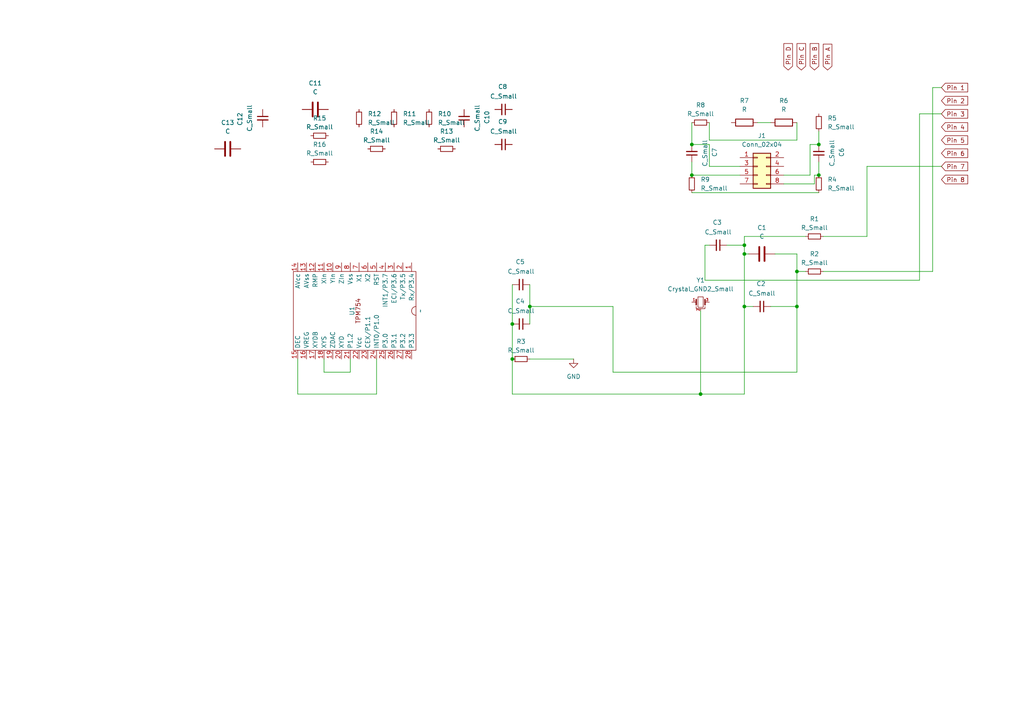
<source format=kicad_sch>
(kicad_sch (version 20231120) (generator "eeschema") (generator_version "8.0")
  (paper "A4")
  (lib_symbols
    (symbol "Device:C" (pin_numbers hide) (pin_names (offset 0.254))
      (property "Reference" "C" (at 0.635 2.54 0))
      (property "Value" "C" (at 0.635 -2.54 0))
      (symbol "C_0_1"
        (polyline (pts (xy -2.032 -0.762) (xy 2.032 -0.762)) (stroke (width 0.508)))
        (polyline (pts (xy -2.032 0.762) (xy 2.032 0.762)) (stroke (width 0.508)))
      )
      (symbol "C_1_1"
        (pin passive line (at 0 3.81 270) (length 2.794) (name "~") (number "1"))
        (pin passive line (at 0 -3.81 90) (length 2.794) (name "~") (number "2"))
      )
    )
    (symbol "Device:C_Small" (pin_numbers hide) (pin_names (offset 0.254) hide)
      (property "Reference" "C" (at 0.254 1.778 0))
      (property "Value" "C_Small" (at 0.254 -2.032 0))
      (symbol "C_Small_0_1"
        (polyline (pts (xy -1.524 -0.508) (xy 1.524 -0.508)) (stroke (width 0.3302)))
        (polyline (pts (xy -1.524 0.508) (xy 1.524 0.508)) (stroke (width 0.3048)))
      )
      (symbol "C_Small_1_1"
        (pin passive line (at 0 2.54 270) (length 2.032) (name "~") (number "1"))
        (pin passive line (at 0 -2.54 90) (length 2.032) (name "~") (number "2"))
      )
    )
    (symbol "Device:Crystal_GND2_Small" (pin_names (offset 1.016) hide)
      (property "Reference" "Y" (at 0 5.08 0))
      (property "Value" "Crystal_GND2_Small" (at 0 3.175 0))
      (symbol "Crystal_GND2_Small_0_1"
        (rectangle (start -0.762 -1.524) (end 0.762 1.524))
        (polyline (pts (xy -1.27 -0.762) (xy -1.27 0.762)) (stroke (width 0.381)))
        (polyline (pts (xy 1.27 -0.762) (xy 1.27 0.762)) (stroke (width 0.381)))
        (polyline (pts (xy -1.27 -1.27) (xy -1.27 -1.905) (xy 1.27 -1.905) (xy 1.27 -1.27)))
      )
      (symbol "Crystal_GND2_Small_1_1"
        (pin passive line (at -2.54 0 0) (length 1.27) (name "1") (number "1"))
        (pin passive line (at 0 -2.54 90) (length 0.635) (name "2") (number "2"))
        (pin passive line (at 2.54 0 180) (length 1.27) (name "3") (number "3"))
      )
    )
    (symbol "Device:R" (pin_numbers hide) (pin_names (offset 0))
      (property "Reference" "R" (at 2.032 0 90))
      (property "Value" "R" (at 0 0 90))
      (symbol "R_0_1"
        (rectangle (start -1.016 -2.54) (end 1.016 2.54) (stroke (width 0.254)))
      )
      (symbol "R_1_1"
        (pin passive line (at 0 3.81 270) (length 1.27) (name "~") (number "1"))
        (pin passive line (at 0 -3.81 90) (length 1.27) (name "~") (number "2"))
      )
    )
    (symbol "Device:R_Small" (pin_numbers hide) (pin_names (offset 0.254) hide)
      (property "Reference" "R" (at 0.762 0.508 0))
      (property "Value" "R_Small" (at 0.762 -1.016 0))
      (symbol "R_Small_0_1"
        (rectangle (start -0.762 1.778) (end 0.762 -1.778) (stroke (width 0.2032)))
      )
      (symbol "R_Small_1_1"
        (pin passive line (at 0 2.54 270) (length 0.762) (name "~") (number "1"))
        (pin passive line (at 0 -2.54 90) (length 0.762) (name "~") (number "2"))
      )
    )
    (symbol "PCM_4ms_Connector:Conn_02x04" (pin_names (offset 1.016) hide)
      (property "Reference" "J" (at 1.27 5.08 0))
      (property "Value" "Conn_02x04" (at 1.27 -7.62 0))
      (symbol "Conn_02x04_1_1"
        (rectangle (start -1.27 -4.953) (end 0 -5.207) (stroke (width 0.1524)))
        (rectangle (start -1.27 -2.413) (end 0 -2.667) (stroke (width 0.1524)))
        (rectangle (start -1.27 0.127) (end 0 -0.127) (stroke (width 0.1524)))
        (rectangle (start -1.27 2.667) (end 0 2.413) (stroke (width 0.1524)))
        (rectangle (start -1.27 3.81) (end 3.81 -6.35) (stroke (width 0.254)) (fill (type background)))
        (rectangle (start 3.81 -4.953) (end 2.54 -5.207) (stroke (width 0.1524)))
        (rectangle (start 3.81 -2.413) (end 2.54 -2.667) (stroke (width 0.1524)))
        (rectangle (start 3.81 0.127) (end 2.54 -0.127) (stroke (width 0.1524)))
        (rectangle (start 3.81 2.667) (end 2.54 2.413) (stroke (width 0.1524)))
        (pin passive line (at -5.08 2.54 0) (length 3.81) (name "Pin_1") (number "1"))
        (pin passive line (at 7.62 2.54 180) (length 3.81) (name "Pin_2") (number "2"))
        (pin passive line (at -5.08 0 0) (length 3.81) (name "Pin_3") (number "3"))
        (pin passive line (at 7.62 0 180) (length 3.81) (name "Pin_4") (number "4"))
        (pin passive line (at -5.08 -2.54 0) (length 3.81) (name "Pin_5") (number "5"))
        (pin passive line (at 7.62 -2.54 180) (length 3.81) (name "Pin_6") (number "6"))
        (pin passive line (at -5.08 -5.08 0) (length 3.81) (name "Pin_7") (number "7"))
        (pin passive line (at 7.62 -5.08 180) (length 3.81) (name "Pin_8") (number "8"))
      )
    )
    (symbol "Trackpoint:TPM754"
      (property "Reference" "U" (at 0 -13.208 0))
      (symbol "TPM754_0_1"
        (rectangle (start -11.43 5.08) (end 11.43 -30.48))
        (arc (start -1.27 5.08) (mid -0.898 4.182) (end 0 3.81))
        (arc (start 0 3.81) (mid 0.898 4.182) (end 1.27 5.08))
      )
      (symbol "TPM754_1_1"
        (text "TPM754" (at 0 -11.684 0) (effects (font (size 1.27 1.27))))
        (pin bidirectional line (at -13.97 3.81 0) (length 2.54) (name "Rx/P3.4") (number "1"))
        (pin input line (at -13.97 -19.05 0) (length 2.54) (name "YIn") (number "10"))
        (pin input line (at -13.97 -21.59 0) (length 2.54) (name "XIn") (number "11"))
        (pin output line (at -13.97 -24.13 0) (length 2.54) (name "RMP") (number "12"))
        (pin input line (at -13.97 -26.67 0) (length 2.54) (name "AVss") (number "13"))
        (pin input line (at -13.97 -29.21 0) (length 2.54) (name "AVcc") (number "14"))
        (pin output line (at 13.97 -29.21 180) (length 2.54) (name "DEC") (number "15"))
        (pin output line (at 13.97 -26.67 180) (length 2.54) (name "VREG") (number "16"))
        (pin output line (at 13.97 -24.13 180) (length 2.54) (name "XYDB") (number "17"))
        (pin output line (at 13.97 -21.59 180) (length 2.54) (name "XYS") (number "18"))
        (pin output line (at 13.97 -19.05 180) (length 2.54) (name "ZDAC") (number "19"))
        (pin bidirectional line (at -13.97 1.27 0) (length 2.54) (name "Tx/P3.5") (number "2"))
        (pin output line (at 13.97 -16.51 180) (length 2.54) (name "XYD") (number "20"))
        (pin bidirectional line (at 13.97 -13.97 180) (length 2.54) (name "P1.2") (number "21"))
        (pin input line (at 13.97 -11.43 180) (length 2.54) (name "Vcc") (number "22"))
        (pin bidirectional line (at 13.97 -8.89 180) (length 2.54) (name "CEX/P1.1") (number "23"))
        (pin bidirectional line (at 13.97 -6.35 180) (length 2.54) (name "INT0/P1.0") (number "24"))
        (pin bidirectional line (at 13.97 -3.81 180) (length 2.54) (name "P3.0") (number "25"))
        (pin bidirectional line (at 13.97 -1.27 180) (length 2.54) (name "P3.1") (number "26"))
        (pin bidirectional line (at 13.97 1.27 180) (length 2.54) (name "P3.2") (number "27"))
        (pin bidirectional line (at 13.97 3.81 180) (length 2.54) (name "P3.3") (number "28"))
        (pin bidirectional line (at -13.97 -1.27 0) (length 2.54) (name "ECI/P3.6") (number "3"))
        (pin bidirectional line (at -13.97 -3.81 0) (length 2.54) (name "INT1/P3.7") (number "4"))
        (pin input line (at -13.97 -6.35 0) (length 2.54) (name "RST") (number "5"))
        (pin output line (at -13.97 -8.89 0) (length 2.54) (name "X2") (number "6"))
        (pin input line (at -13.97 -11.43 0) (length 2.54) (name "X1") (number "7"))
        (pin input line (at -13.97 -13.97 0) (length 2.54) (name "Vss") (number "8"))
        (pin input line (at -13.97 -16.51 0) (length 2.54) (name "ZIn") (number "9"))
      )
    )
    (symbol "power:GND" (power) (pin_numbers hide) (pin_names (offset 0) hide)
      (property "Value" "GND" (at 0 -3.81 0))
      (symbol "GND_0_1"
        (polyline (pts (xy 0 0) (xy 0 -1.27) (xy 1.27 -1.27) (xy 0 -2.54) (xy -1.27 -1.27) (xy 0 -1.27)))
      )
      (symbol "GND_1_1"
        (pin power_in line (at 0 0 270) (length 0) (name "~") (number "1"))
      )
    )
  )
  (junction (at 237.49 41.91))
  (junction (at 215.9 73.66))
  (junction (at 237.49 50.8))
  (junction (at 231.14 78.74))
  (junction (at 215.9 88.9))
  (junction (at 153.67 88.9))
  (junction (at 231.14 88.9))
  (junction (at 200.66 41.91))
  (junction (at 148.59 93.98))
  (junction (at 200.66 50.8))
  (junction (at 203.2 114.3))
  (junction (at 148.59 104.14))
  (junction (at 215.9 71.12))
  (wire (pts (xy 153.67 82.55) (xy 153.67 88.9)))
  (wire (pts (xy 219.71 35.56) (xy 223.52 35.56)))
  (wire (pts (xy 153.67 88.9) (xy 153.67 93.98)))
  (wire (pts (xy 234.95 50.8) (xy 234.95 41.91)))
  (wire (pts (xy 237.49 46.99) (xy 237.49 50.8)))
  (wire (pts (xy 227.33 53.34) (xy 236.22 53.34)))
  (wire (pts (xy 214.63 48.26) (xy 205.74 48.26)))
  (wire (pts (xy 215.9 73.66) (xy 217.17 73.66)))
  (wire (pts (xy 215.9 88.9) (xy 215.9 114.3)))
  (wire (pts (xy 177.8 88.9) (xy 177.8 107.95)))
  (wire (pts (xy 109.22 104.14) (xy 109.22 114.3)))
  (wire (pts (xy 236.22 50.8) (xy 237.49 50.8)))
  (wire (pts (xy 227.33 50.8) (xy 234.95 50.8)))
  (wire (pts (xy 251.46 68.58) (xy 238.76 68.58)))
  (wire (pts (xy 223.52 88.9) (xy 231.14 88.9)))
  (wire (pts (xy 148.59 93.98) (xy 148.59 104.14)))
  (wire (pts (xy 273.05 25.4) (xy 270.51 25.4)))
  (wire (pts (xy 215.9 73.66) (xy 215.9 88.9)))
  (wire (pts (xy 177.8 107.95) (xy 231.14 107.95)))
  (wire (pts (xy 234.95 41.91) (xy 237.49 41.91)))
  (wire (pts (xy 224.79 73.66) (xy 231.14 73.66)))
  (wire (pts (xy 153.67 104.14) (xy 166.37 104.14)))
  (wire (pts (xy 236.22 53.34) (xy 236.22 50.8)))
  (wire (pts (xy 205.74 40.64) (xy 231.14 40.64)))
  (wire (pts (xy 266.7 33.02) (xy 273.05 33.02)))
  (wire (pts (xy 231.14 40.64) (xy 231.14 35.56)))
  (wire (pts (xy 148.59 114.3) (xy 148.59 104.14)))
  (wire (pts (xy 93.98 107.95) (xy 101.6 107.95)))
  (wire (pts (xy 231.14 73.66) (xy 231.14 78.74)))
  (wire (pts (xy 86.36 104.14) (xy 86.36 114.3)))
  (wire (pts (xy 266.7 81.28) (xy 266.7 33.02)))
  (wire (pts (xy 204.47 81.28) (xy 266.7 81.28)))
  (wire (pts (xy 205.74 48.26) (xy 205.74 41.91)))
  (wire (pts (xy 153.67 88.9) (xy 177.8 88.9)))
  (wire (pts (xy 205.74 71.12) (xy 204.47 71.12)))
  (wire (pts (xy 231.14 107.95) (xy 231.14 88.9)))
  (wire (pts (xy 200.66 35.56) (xy 200.66 41.91)))
  (wire (pts (xy 93.98 104.14) (xy 93.98 107.95)))
  (wire (pts (xy 231.14 88.9) (xy 231.14 78.74)))
  (wire (pts (xy 204.47 71.12) (xy 204.47 81.28)))
  (wire (pts (xy 251.46 48.26) (xy 251.46 68.58)))
  (wire (pts (xy 237.49 38.1) (xy 237.49 41.91)))
  (wire (pts (xy 215.9 88.9) (xy 218.44 88.9)))
  (wire (pts (xy 200.66 55.88) (xy 237.49 55.88)))
  (wire (pts (xy 238.76 78.74) (xy 270.51 78.74)))
  (wire (pts (xy 148.59 82.55) (xy 148.59 93.98)))
  (wire (pts (xy 101.6 107.95) (xy 101.6 104.14)))
  (wire (pts (xy 205.74 35.56) (xy 205.74 40.64)))
  (wire (pts (xy 86.36 114.3) (xy 109.22 114.3)))
  (wire (pts (xy 215.9 71.12) (xy 210.82 71.12)))
  (wire (pts (xy 203.2 114.3) (xy 148.59 114.3)))
  (wire (pts (xy 273.05 48.26) (xy 251.46 48.26)))
  (wire (pts (xy 270.51 25.4) (xy 270.51 78.74)))
  (wire (pts (xy 200.66 46.99) (xy 200.66 50.8)))
  (wire (pts (xy 203.2 90.17) (xy 203.2 114.3)))
  (wire (pts (xy 205.74 41.91) (xy 200.66 41.91)))
  (wire (pts (xy 215.9 68.58) (xy 233.68 68.58)))
  (wire (pts (xy 231.14 78.74) (xy 233.68 78.74)))
  (wire (pts (xy 215.9 114.3) (xy 203.2 114.3)))
  (wire (pts (xy 200.66 50.8) (xy 214.63 50.8)))
  (wire (pts (xy 215.9 71.12) (xy 215.9 73.66)))
  (wire (pts (xy 215.9 68.58) (xy 215.9 71.12)))
  (global_label "Pin A" (shape input) (at 240.03 20.32 90) (property "Intersheetrefs" "${INTERSHEET_REFS}" (effects (hide yes))))
  (global_label "Pin 7" (shape input) (at 273.05 48.26 0) (property "Intersheetrefs" "${INTERSHEET_REFS}" (effects (hide yes))))
  (global_label "Pin 2" (shape input) (at 273.05 29.21 0) (property "Intersheetrefs" "${INTERSHEET_REFS}" (effects (hide yes))))
  (global_label "Pin 6" (shape input) (at 273.05 44.45 0) (property "Intersheetrefs" "${INTERSHEET_REFS}" (effects (hide yes))))
  (global_label "Pin D" (shape input) (at 228.6 20.32 90) (property "Intersheetrefs" "${INTERSHEET_REFS}" (effects (hide yes))))
  (global_label "Pin C" (shape input) (at 232.41 20.32 90) (property "Intersheetrefs" "${INTERSHEET_REFS}" (effects (hide yes))))
  (global_label "Pin 4" (shape input) (at 273.05 36.83 0) (property "Intersheetrefs" "${INTERSHEET_REFS}" (effects (hide yes))))
  (global_label "Pin B" (shape input) (at 236.22 20.32 90) (property "Intersheetrefs" "${INTERSHEET_REFS}" (effects (hide yes))))
  (global_label "Pin 8" (shape input) (at 273.05 52.07 0) (property "Intersheetrefs" "${INTERSHEET_REFS}" (effects (hide yes))))
  (global_label "Pin 1" (shape input) (at 273.05 25.4 0) (property "Intersheetrefs" "${INTERSHEET_REFS}" (effects (hide yes))))
  (global_label "Pin 3" (shape input) (at 273.05 33.02 0) (property "Intersheetrefs" "${INTERSHEET_REFS}" (effects (hide yes))))
  (global_label "Pin 5" (shape input) (at 273.05 40.64 0) (property "Intersheetrefs" "${INTERSHEET_REFS}" (effects (hide yes))))
  (symbol (lib_id "Device:R_Small") (at 124.46 34.29 180) (unit 1)
    (property "Reference" "R10" (at 127 33.0199 0) (effects (justify right)))
    (property "Value" "R_Small" (at 127 35.5599 0) (effects (justify right)))
    (property "Description" "Resistor, small symbol" (effects (hide yes)))
  )
  (symbol (lib_id "Device:C") (at 220.98 73.66 90) (unit 1)
    (property "Reference" "C1" (at 220.98 66.04 90))
    (property "Value" "C" (at 220.98 68.58 90))
    (property "Description" "Unpolarized capacitor" (effects (hide yes)))
  )
  (symbol (lib_id "Trackpoint:TPM754") (at 115.57 90.17 270) (unit 1)
    (property "Reference" "U1" (at 102.108 90.17 0))
    (property "Value" "~" (at 121.92 90.17 0))
  )
  (symbol (lib_id "Device:C_Small") (at 151.13 82.55 270) (unit 1)
    (property "Reference" "C5" (at 150.876 75.946 90))
    (property "Value" "C_Small" (at 151.1236 78.74 90))
    (property "Description" "Unpolarized capacitor, small symbol" (effects (hide yes)))
  )
  (symbol (lib_id "Device:C_Small") (at 76.2 34.29 0) (unit 1)
    (property "Reference" "C12" (at 69.596 34.544 90))
    (property "Value" "C_Small" (at 72.39 34.2964 90))
    (property "Description" "Unpolarized capacitor, small symbol" (effects (hide yes)))
  )
  (symbol (lib_id "Device:R_Small") (at 237.49 35.56 180) (unit 1)
    (property "Reference" "R5" (at 240.03 34.2899 0) (effects (justify right)))
    (property "Value" "R_Small" (at 240.03 36.8299 0) (effects (justify right)))
    (property "Description" "Resistor, small symbol" (effects (hide yes)))
  )
  (symbol (lib_id "Device:C_Small") (at 200.66 44.45 180) (unit 1)
    (property "Reference" "C7" (at 207.264 44.196 90))
    (property "Value" "C_Small" (at 204.47 44.4436 90))
    (property "Description" "Unpolarized capacitor, small symbol" (effects (hide yes)))
  )
  (symbol (lib_id "Device:R_Small") (at 129.54 43.18 90) (unit 1)
    (property "Reference" "R13" (at 129.54 38.1 90))
    (property "Value" "R_Small" (at 129.54 40.64 90))
    (property "Description" "Resistor, small symbol" (effects (hide yes)))
  )
  (symbol (lib_id "Device:Crystal_GND2_Small") (at 203.2 87.63 0) (unit 1)
    (property "Reference" "Y1" (at 203.2 81.28 0))
    (property "Value" "Crystal_GND2_Small" (at 203.2 83.82 0))
    (property "Description" "Three pin crystal, GND on pin 2, small symbol" (effects (hide yes)))
  )
  (symbol (lib_id "Device:R_Small") (at 236.22 68.58 90) (unit 1)
    (property "Reference" "R1" (at 236.22 63.5 90))
    (property "Value" "R_Small" (at 236.22 66.04 90))
    (property "Description" "Resistor, small symbol" (effects (hide yes)))
  )
  (symbol (lib_id "Device:C") (at 66.04 43.18 90) (unit 1)
    (property "Reference" "C13" (at 66.04 35.56 90))
    (property "Value" "C" (at 66.04 38.1 90))
    (property "Description" "Unpolarized capacitor" (effects (hide yes)))
  )
  (symbol (lib_id "Device:R_Small") (at 203.2 35.56 90) (unit 1)
    (property "Reference" "R8" (at 203.2 30.48 90))
    (property "Value" "R_Small" (at 203.2 33.02 90))
    (property "Description" "Resistor, small symbol" (effects (hide yes)))
  )
  (symbol (lib_id "Device:C_Small") (at 146.05 41.91 270) (unit 1)
    (property "Reference" "C9" (at 145.796 35.306 90))
    (property "Value" "C_Small" (at 146.0436 38.1 90))
    (property "Description" "Unpolarized capacitor, small symbol" (effects (hide yes)))
  )
  (symbol (lib_id "PCM_4ms_Connector:Conn_02x04") (at 219.71 48.26 0) (unit 1)
    (property "Reference" "J1" (at 220.98 39.37 0))
    (property "Value" "Conn_02x04" (at 220.98 41.91 0))
    (property "Footprint" "4ms_Connector:Pins_2x04_2.54mm_TH" (effects (hide yes)))
    (property "Description" "HEADER 2x4 MALE PINS 0.100” 180deg" (effects (hide yes)))
    (property "Specifications" "HEADER 2x4 MALE PINS 0.100” 180deg" (effects (hide yes)))
    (property "Manufacturer" "TAD" (effects (hide yes)))
    (property "Part Number" "1-0802FBV0T" (effects (hide yes)))
  )
  (symbol (lib_id "Device:C_Small") (at 146.05 31.75 270) (unit 1)
    (property "Reference" "C8" (at 145.796 25.146 90))
    (property "Value" "C_Small" (at 146.0436 27.94 90))
    (property "Description" "Unpolarized capacitor, small symbol" (effects (hide yes)))
  )
  (symbol (lib_id "power:GND") (at 166.37 104.14 0) (unit 1)
    (property "Reference" "#PWR01" (effects (hide yes)))
    (property "Value" "GND" (at 166.37 109.22 0))
    (property "Description" "Power symbol creates a global label with name \"GND\" , ground" (effects (hide yes)))
  )
  (symbol (lib_id "Device:C_Small") (at 134.62 34.29 180) (unit 1)
    (property "Reference" "C10" (at 141.224 34.036 90))
    (property "Value" "C_Small" (at 138.43 34.2836 90))
    (property "Description" "Unpolarized capacitor, small symbol" (effects (hide yes)))
  )
  (symbol (lib_id "Device:C_Small") (at 208.28 71.12 270) (unit 1)
    (property "Reference" "C3" (at 208.026 64.516 90))
    (property "Value" "C_Small" (at 208.2736 67.31 90))
    (property "Description" "Unpolarized capacitor, small symbol" (effects (hide yes)))
  )
  (symbol (lib_id "Device:R_Small") (at 151.13 104.14 90) (unit 1)
    (property "Reference" "R3" (at 151.13 99.06 90))
    (property "Value" "R_Small" (at 151.13 101.6 90))
    (property "Description" "Resistor, small symbol" (effects (hide yes)))
  )
  (symbol (lib_id "Device:R_Small") (at 200.66 53.34 180) (unit 1)
    (property "Reference" "R9" (at 203.2 52.0699 0) (effects (justify right)))
    (property "Value" "R_Small" (at 203.2 54.6099 0) (effects (justify right)))
    (property "Description" "Resistor, small symbol" (effects (hide yes)))
  )
  (symbol (lib_id "Device:R_Small") (at 92.71 39.37 270) (unit 1)
    (property "Reference" "R15" (at 92.71 34.29 90))
    (property "Value" "R_Small" (at 92.71 36.83 90))
    (property "Description" "Resistor, small symbol" (effects (hide yes)))
  )
  (symbol (lib_id "Device:R_Small") (at 104.14 34.29 180) (unit 1)
    (property "Reference" "R12" (at 106.68 33.0199 0) (effects (justify right)))
    (property "Value" "R_Small" (at 106.68 35.5599 0) (effects (justify right)))
    (property "Description" "Resistor, small symbol" (effects (hide yes)))
  )
  (symbol (lib_id "Device:R_Small") (at 237.49 53.34 180) (unit 1)
    (property "Reference" "R4" (at 240.03 52.0699 0) (effects (justify right)))
    (property "Value" "R_Small" (at 240.03 54.6099 0) (effects (justify right)))
    (property "Description" "Resistor, small symbol" (effects (hide yes)))
  )
  (symbol (lib_id "Device:R") (at 215.9 35.56 90) (unit 1)
    (property "Reference" "R7" (at 215.9 29.21 90))
    (property "Value" "R" (at 215.9 31.75 90))
    (property "Description" "Resistor" (effects (hide yes)))
  )
  (symbol (lib_id "Device:C_Small") (at 220.98 88.9 270) (unit 1)
    (property "Reference" "C2" (at 220.726 82.296 90))
    (property "Value" "C_Small" (at 220.9736 85.09 90))
    (property "Description" "Unpolarized capacitor, small symbol" (effects (hide yes)))
  )
  (symbol (lib_id "Device:R_Small") (at 92.71 46.99 270) (unit 1)
    (property "Reference" "R16" (at 92.71 41.91 90))
    (property "Value" "R_Small" (at 92.71 44.45 90))
    (property "Description" "Resistor, small symbol" (effects (hide yes)))
  )
  (symbol (lib_id "Device:R_Small") (at 236.22 78.74 90) (unit 1)
    (property "Reference" "R2" (at 236.22 73.66 90))
    (property "Value" "R_Small" (at 236.22 76.2 90))
    (property "Description" "Resistor, small symbol" (effects (hide yes)))
  )
  (symbol (lib_id "Device:R_Small") (at 109.22 43.18 270) (unit 1)
    (property "Reference" "R14" (at 109.22 38.1 90))
    (property "Value" "R_Small" (at 109.22 40.64 90))
    (property "Description" "Resistor, small symbol" (effects (hide yes)))
  )
  (symbol (lib_id "Device:C_Small") (at 151.13 93.98 270) (unit 1)
    (property "Reference" "C4" (at 150.876 87.376 90))
    (property "Value" "C_Small" (at 151.1236 90.17 90))
    (property "Description" "Unpolarized capacitor, small symbol" (effects (hide yes)))
  )
  (symbol (lib_id "Device:C") (at 91.44 31.75 90) (unit 1)
    (property "Reference" "C11" (at 91.44 24.13 90))
    (property "Value" "C" (at 91.44 26.67 90))
    (property "Description" "Unpolarized capacitor" (effects (hide yes)))
  )
  (symbol (lib_id "Device:R") (at 227.33 35.56 90) (unit 1)
    (property "Reference" "R6" (at 227.33 29.21 90))
    (property "Value" "R" (at 227.33 31.75 90))
    (property "Description" "Resistor" (effects (hide yes)))
  )
  (symbol (lib_id "Device:C_Small") (at 237.49 44.45 180) (unit 1)
    (property "Reference" "C6" (at 244.094 44.196 90))
    (property "Value" "C_Small" (at 241.3 44.4436 90))
    (property "Description" "Unpolarized capacitor, small symbol" (effects (hide yes)))
  )
  (symbol (lib_id "Device:R_Small") (at 114.3 34.29 180) (unit 1)
    (property "Reference" "R11" (at 116.84 33.0199 0) (effects (justify right)))
    (property "Value" "R_Small" (at 116.84 35.5599 0) (effects (justify right)))
    (property "Description" "Resistor, small symbol" (effects (hide yes)))
  )
)
</source>
